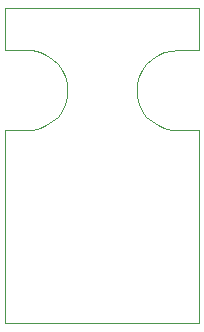
<source format=gko>
G04 Layer_Color=16711935*
%FSLAX25Y25*%
%MOIN*%
G70*
G01*
G75*
%ADD30C,0.00394*%
D30*
X55199Y64522D02*
X57584Y64403D01*
X52873Y65063D02*
X55199Y64522D01*
X50681Y66010D02*
X52873Y65063D01*
X48692Y67332D02*
X50681Y66010D01*
X46971Y68987D02*
X48692Y67332D01*
X45571Y70922D02*
X46971Y68987D01*
X44538Y73075D02*
X45571Y70922D01*
X43905Y75377D02*
X44538Y73075D01*
X43691Y77756D02*
X43905Y75377D01*
X43691Y77756D02*
X43905Y80134D01*
X44538Y82437D01*
X45571Y84590D01*
X46971Y86525D01*
X48692Y88180D01*
X50681Y89502D01*
X52873Y90449D01*
X55199Y90990D01*
X57584Y91109D01*
X-32Y105118D02*
X64339D01*
X-32Y91028D02*
Y105118D01*
X8948Y91028D02*
X11434Y90449D01*
X13626Y89502D01*
X15615Y88180D01*
X17336Y86525D01*
X18736Y84590D01*
X19769Y82437D01*
X20403Y80134D01*
X20616Y77756D01*
X20403Y75377D02*
X20616Y77756D01*
X19769Y73075D02*
X20403Y75377D01*
X18736Y70922D02*
X19769Y73075D01*
X17336Y68987D02*
X18736Y70922D01*
X15615Y67332D02*
X17336Y68987D01*
X13626Y66010D02*
X15615Y67332D01*
X11434Y65063D02*
X13626Y66010D01*
X9108Y64522D02*
X11434Y65063D01*
X6723Y64403D02*
X9108Y64522D01*
X-32Y0D02*
X64339D01*
Y64462D01*
X57584Y64403D02*
X64279D01*
X28D02*
X6723D01*
X-32Y0D02*
Y64403D01*
X1048D01*
X64339Y91028D02*
Y105118D01*
X63178Y91028D02*
X64339D01*
X56496D02*
X64339D01*
X-32D02*
X7249D01*
X8948D01*
M02*

</source>
